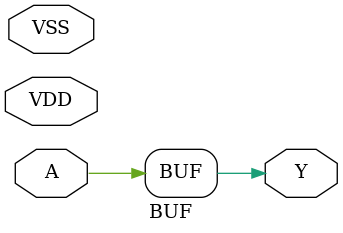
<source format=v>
module BUF(Y, A, VDD, VSS );
  input A;
  output Y;
  inout VDD, VSS;

  assign Y=A;
endmodule

</source>
